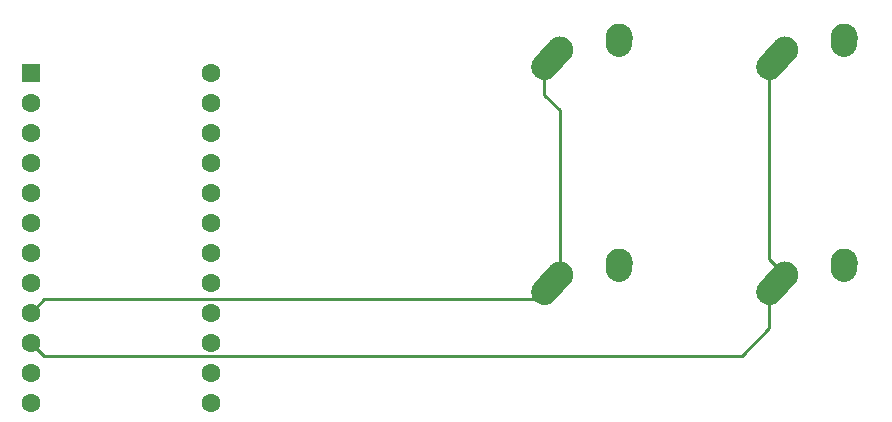
<source format=gtl>
%TF.GenerationSoftware,KiCad,Pcbnew,(5.1.10-1-10_14)*%
%TF.CreationDate,2021-10-08T14:04:21+02:00*%
%TF.ProjectId,lazercut,6c617a65-7263-4757-942e-6b696361645f,rev?*%
%TF.SameCoordinates,Original*%
%TF.FileFunction,Copper,L1,Top*%
%TF.FilePolarity,Positive*%
%FSLAX46Y46*%
G04 Gerber Fmt 4.6, Leading zero omitted, Abs format (unit mm)*
G04 Created by KiCad (PCBNEW (5.1.10-1-10_14)) date 2021-10-08 14:04:21*
%MOMM*%
%LPD*%
G01*
G04 APERTURE LIST*
%TA.AperFunction,ComponentPad*%
%ADD10C,1.600000*%
%TD*%
%TA.AperFunction,ComponentPad*%
%ADD11R,1.600000X1.600000*%
%TD*%
%TA.AperFunction,ComponentPad*%
%ADD12C,2.250000*%
%TD*%
%TA.AperFunction,Conductor*%
%ADD13C,0.250000*%
%TD*%
G04 APERTURE END LIST*
D10*
%TO.P,U1,24*%
%TO.N,Net-(U1-Pad24)*%
X77470000Y-142398750D03*
%TO.P,U1,23*%
%TO.N,GND*%
X77470000Y-144938750D03*
%TO.P,U1,22*%
%TO.N,Net-(U1-Pad22)*%
X77470000Y-147478750D03*
%TO.P,U1,21*%
%TO.N,+5V*%
X77470000Y-150018750D03*
%TO.P,U1,20*%
%TO.N,Net-(U1-Pad20)*%
X77470000Y-152558750D03*
%TO.P,U1,19*%
%TO.N,Net-(U1-Pad19)*%
X77470000Y-155098750D03*
%TO.P,U1,18*%
%TO.N,Net-(U1-Pad18)*%
X77470000Y-157638750D03*
%TO.P,U1,17*%
%TO.N,Net-(U1-Pad17)*%
X77470000Y-160178750D03*
%TO.P,U1,16*%
%TO.N,Net-(U1-Pad16)*%
X77470000Y-162718750D03*
%TO.P,U1,15*%
%TO.N,Net-(U1-Pad15)*%
X77470000Y-165258750D03*
%TO.P,U1,14*%
%TO.N,Net-(U1-Pad14)*%
X77470000Y-167798750D03*
%TO.P,U1,13*%
%TO.N,Net-(U1-Pad13)*%
X77470000Y-170338750D03*
%TO.P,U1,12*%
%TO.N,Net-(U1-Pad12)*%
X62230000Y-170338750D03*
%TO.P,U1,11*%
%TO.N,Col2*%
X62230000Y-167798750D03*
%TO.P,U1,10*%
%TO.N,Col1*%
X62230000Y-165258750D03*
%TO.P,U1,9*%
%TO.N,Col0*%
X62230000Y-162718750D03*
%TO.P,U1,8*%
%TO.N,Row5*%
X62230000Y-160178750D03*
%TO.P,U1,7*%
%TO.N,Row4*%
X62230000Y-157638750D03*
%TO.P,U1,6*%
%TO.N,Row3*%
X62230000Y-155098750D03*
%TO.P,U1,5*%
%TO.N,Row2*%
X62230000Y-152558750D03*
%TO.P,U1,4*%
%TO.N,GND*%
X62230000Y-150018750D03*
%TO.P,U1,3*%
X62230000Y-147478750D03*
%TO.P,U1,2*%
%TO.N,Row1*%
X62230000Y-144938750D03*
D11*
%TO.P,U1,1*%
%TO.N,Row0*%
X62230000Y-142398750D03*
%TD*%
D12*
%TO.P,MX4,1*%
%TO.N,Col1*%
X126087500Y-159512500D03*
%TA.AperFunction,ComponentPad*%
G36*
G01*
X124026188Y-161809850D02*
X124026183Y-161809845D01*
G75*
G02*
X123940155Y-160221183I751317J837345D01*
G01*
X125250157Y-158761183D01*
G75*
G02*
X126838819Y-158675155I837345J-751317D01*
G01*
X126838819Y-158675155D01*
G75*
G02*
X126924847Y-160263817I-751317J-837345D01*
G01*
X125614845Y-161723817D01*
G75*
G02*
X124026183Y-161809845I-837345J751317D01*
G01*
G37*
%TD.AperFunction*%
%TO.P,MX4,2*%
%TO.N,Net-(D4-Pad2)*%
X131127500Y-158432500D03*
%TA.AperFunction,ComponentPad*%
G36*
G01*
X131010983Y-160134895D02*
X131010097Y-160134834D01*
G75*
G02*
X129965166Y-158935097I77403J1122334D01*
G01*
X130005166Y-158355097D01*
G75*
G02*
X131204903Y-157310166I1122334J-77403D01*
G01*
X131204903Y-157310166D01*
G75*
G02*
X132249834Y-158509903I-77403J-1122334D01*
G01*
X132209834Y-159089903D01*
G75*
G02*
X131010097Y-160134834I-1122334J77403D01*
G01*
G37*
%TD.AperFunction*%
%TD*%
%TO.P,MX3,1*%
%TO.N,Col0*%
X107037500Y-159512500D03*
%TA.AperFunction,ComponentPad*%
G36*
G01*
X104976188Y-161809850D02*
X104976183Y-161809845D01*
G75*
G02*
X104890155Y-160221183I751317J837345D01*
G01*
X106200157Y-158761183D01*
G75*
G02*
X107788819Y-158675155I837345J-751317D01*
G01*
X107788819Y-158675155D01*
G75*
G02*
X107874847Y-160263817I-751317J-837345D01*
G01*
X106564845Y-161723817D01*
G75*
G02*
X104976183Y-161809845I-837345J751317D01*
G01*
G37*
%TD.AperFunction*%
%TO.P,MX3,2*%
%TO.N,Net-(D3-Pad2)*%
X112077500Y-158432500D03*
%TA.AperFunction,ComponentPad*%
G36*
G01*
X111960983Y-160134895D02*
X111960097Y-160134834D01*
G75*
G02*
X110915166Y-158935097I77403J1122334D01*
G01*
X110955166Y-158355097D01*
G75*
G02*
X112154903Y-157310166I1122334J-77403D01*
G01*
X112154903Y-157310166D01*
G75*
G02*
X113199834Y-158509903I-77403J-1122334D01*
G01*
X113159834Y-159089903D01*
G75*
G02*
X111960097Y-160134834I-1122334J77403D01*
G01*
G37*
%TD.AperFunction*%
%TD*%
%TO.P,MX2,1*%
%TO.N,Col1*%
X126087500Y-140462500D03*
%TA.AperFunction,ComponentPad*%
G36*
G01*
X124026188Y-142759850D02*
X124026183Y-142759845D01*
G75*
G02*
X123940155Y-141171183I751317J837345D01*
G01*
X125250157Y-139711183D01*
G75*
G02*
X126838819Y-139625155I837345J-751317D01*
G01*
X126838819Y-139625155D01*
G75*
G02*
X126924847Y-141213817I-751317J-837345D01*
G01*
X125614845Y-142673817D01*
G75*
G02*
X124026183Y-142759845I-837345J751317D01*
G01*
G37*
%TD.AperFunction*%
%TO.P,MX2,2*%
%TO.N,Net-(D2-Pad2)*%
X131127500Y-139382500D03*
%TA.AperFunction,ComponentPad*%
G36*
G01*
X131010983Y-141084895D02*
X131010097Y-141084834D01*
G75*
G02*
X129965166Y-139885097I77403J1122334D01*
G01*
X130005166Y-139305097D01*
G75*
G02*
X131204903Y-138260166I1122334J-77403D01*
G01*
X131204903Y-138260166D01*
G75*
G02*
X132249834Y-139459903I-77403J-1122334D01*
G01*
X132209834Y-140039903D01*
G75*
G02*
X131010097Y-141084834I-1122334J77403D01*
G01*
G37*
%TD.AperFunction*%
%TD*%
%TO.P,MX1,1*%
%TO.N,Col0*%
X107037500Y-140462500D03*
%TA.AperFunction,ComponentPad*%
G36*
G01*
X104976188Y-142759850D02*
X104976183Y-142759845D01*
G75*
G02*
X104890155Y-141171183I751317J837345D01*
G01*
X106200157Y-139711183D01*
G75*
G02*
X107788819Y-139625155I837345J-751317D01*
G01*
X107788819Y-139625155D01*
G75*
G02*
X107874847Y-141213817I-751317J-837345D01*
G01*
X106564845Y-142673817D01*
G75*
G02*
X104976183Y-142759845I-837345J751317D01*
G01*
G37*
%TD.AperFunction*%
%TO.P,MX1,2*%
%TO.N,Net-(D1-Pad2)*%
X112077500Y-139382500D03*
%TA.AperFunction,ComponentPad*%
G36*
G01*
X111960983Y-141084895D02*
X111960097Y-141084834D01*
G75*
G02*
X110915166Y-139885097I77403J1122334D01*
G01*
X110955166Y-139305097D01*
G75*
G02*
X112154903Y-138260166I1122334J-77403D01*
G01*
X112154903Y-138260166D01*
G75*
G02*
X113199834Y-139459903I-77403J-1122334D01*
G01*
X113159834Y-140039903D01*
G75*
G02*
X111960097Y-141084834I-1122334J77403D01*
G01*
G37*
%TD.AperFunction*%
%TD*%
D13*
%TO.N,Col0*%
X105106251Y-161593749D02*
X105727500Y-160972500D01*
X105727500Y-141922500D02*
X105727500Y-144303750D01*
X105727500Y-144303750D02*
X107037500Y-145613750D01*
X107037500Y-145613750D02*
X107037500Y-159512500D01*
X63355001Y-161593749D02*
X105106251Y-161593749D01*
X62230000Y-162718750D02*
X63355001Y-161593749D01*
%TO.N,Col1*%
X124777500Y-164018502D02*
X124777500Y-160972500D01*
X122412251Y-166383751D02*
X124777500Y-164018502D01*
X62230000Y-165258750D02*
X63355001Y-166383751D01*
X63355001Y-166383751D02*
X122412251Y-166383751D01*
X124777500Y-141922500D02*
X124777500Y-158202500D01*
X124777500Y-158202500D02*
X126087500Y-159512500D01*
%TD*%
M02*

</source>
